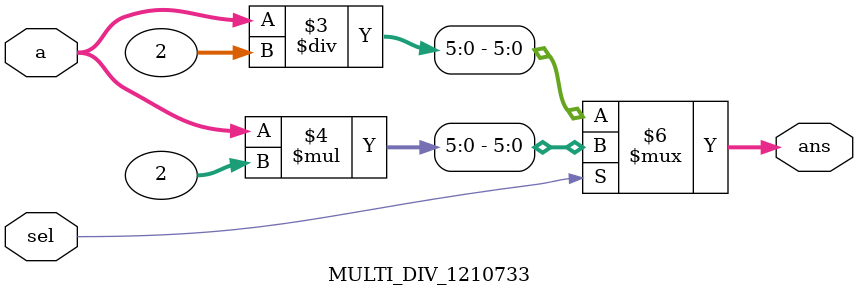
<source format=v>
module MULTI_DIV_1210733#(parameter n=4)(a,sel,ans);
input signed [n-1:0] a ;
input sel ;
output reg signed[n+1:0] ans ;
always@(*)
begin
if (sel == 0) begin ans = a/2 ; end 
else begin ans = a*2 ; end
end
endmodule 
</source>
